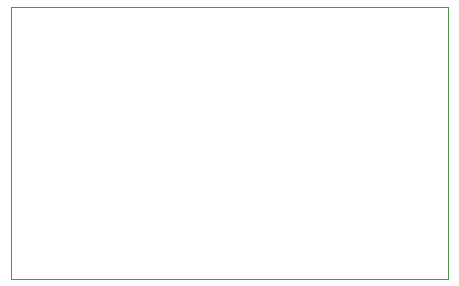
<source format=gbr>
%TF.GenerationSoftware,KiCad,Pcbnew,(5.1.12)-1*%
%TF.CreationDate,2023-08-19T11:40:11+05:30*%
%TF.ProjectId,burglar,62757267-6c61-4722-9e6b-696361645f70,rev?*%
%TF.SameCoordinates,Original*%
%TF.FileFunction,Profile,NP*%
%FSLAX46Y46*%
G04 Gerber Fmt 4.6, Leading zero omitted, Abs format (unit mm)*
G04 Created by KiCad (PCBNEW (5.1.12)-1) date 2023-08-19 11:40:11*
%MOMM*%
%LPD*%
G01*
G04 APERTURE LIST*
%TA.AperFunction,Profile*%
%ADD10C,0.050000*%
%TD*%
G04 APERTURE END LIST*
D10*
X102000000Y-97000000D02*
X102000000Y-98000000D01*
X139000000Y-97000000D02*
X102000000Y-97000000D01*
X139000000Y-120000000D02*
X139000000Y-97000000D01*
X102000000Y-120000000D02*
X139000000Y-120000000D01*
X102000000Y-98000000D02*
X102000000Y-120000000D01*
M02*

</source>
